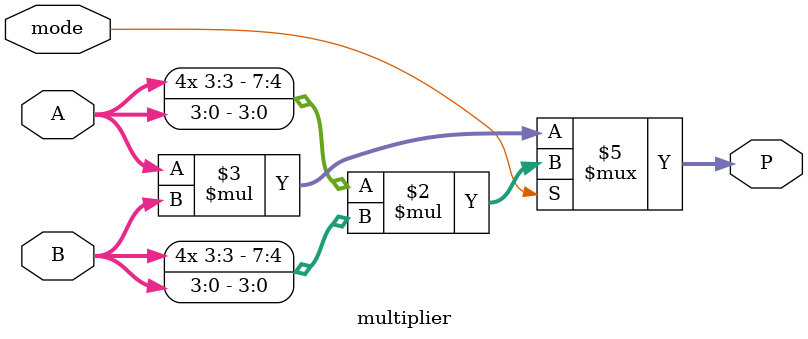
<source format=v>
module multiplier #(
  parameter n = 4 // number of bits for A and B
) (
  input [n-1:0] A,
  input [n-1:0] B,
  input mode,
  output reg signed [2*n-1:0] P
);


reg signed [2*n-1:0] A_signed, B_signed;

always @(*) begin
  if (mode) begin
    // Signed multiplication
    A_signed = $signed(A);
    B_signed = $signed(B);
    P = A_signed * B_signed;
  end else begin
    // Unsigned multiplication
    P = A * B;
  end
end

endmodule
</source>
